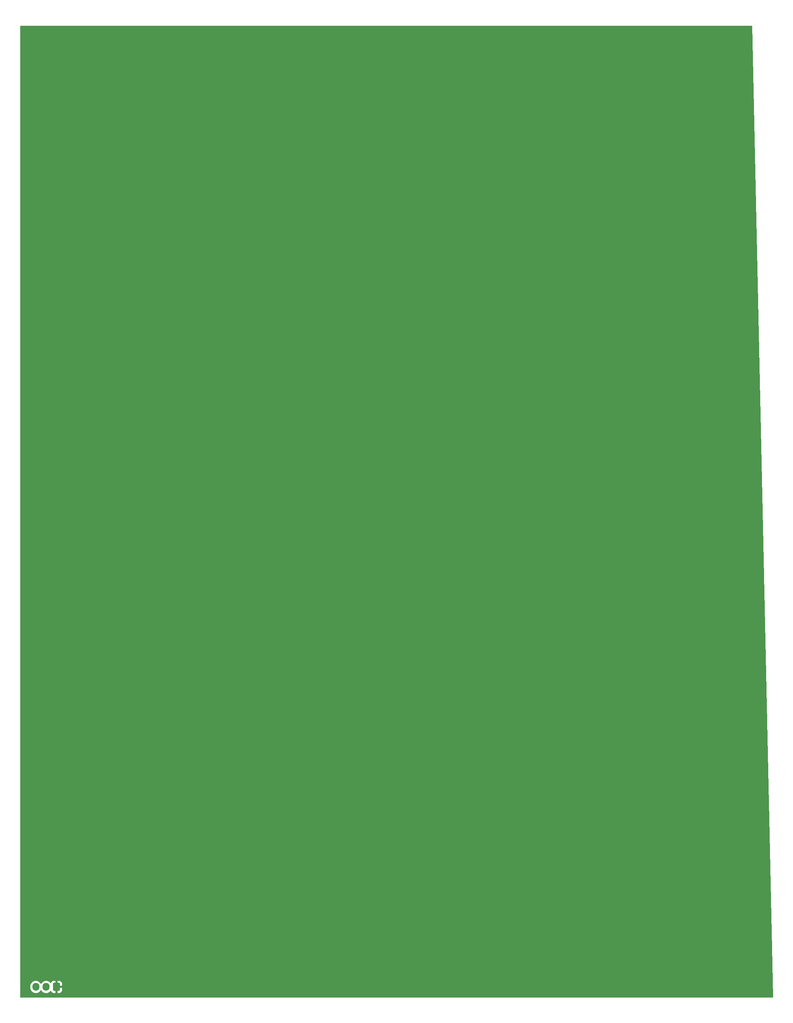
<source format=gbr>
%TF.GenerationSoftware,KiCad,Pcbnew,7.0.8*%
%TF.CreationDate,2025-08-15T10:43:11-07:00*%
%TF.ProjectId,production_red_line,70726f64-7563-4746-996f-6e5f7265645f,rev?*%
%TF.SameCoordinates,Original*%
%TF.FileFunction,Copper,L2,Bot*%
%TF.FilePolarity,Positive*%
%FSLAX46Y46*%
G04 Gerber Fmt 4.6, Leading zero omitted, Abs format (unit mm)*
G04 Created by KiCad (PCBNEW 7.0.8) date 2025-08-15 10:43:11*
%MOMM*%
%LPD*%
G01*
G04 APERTURE LIST*
G04 Aperture macros list*
%AMRoundRect*
0 Rectangle with rounded corners*
0 $1 Rounding radius*
0 $2 $3 $4 $5 $6 $7 $8 $9 X,Y pos of 4 corners*
0 Add a 4 corners polygon primitive as box body*
4,1,4,$2,$3,$4,$5,$6,$7,$8,$9,$2,$3,0*
0 Add four circle primitives for the rounded corners*
1,1,$1+$1,$2,$3*
1,1,$1+$1,$4,$5*
1,1,$1+$1,$6,$7*
1,1,$1+$1,$8,$9*
0 Add four rect primitives between the rounded corners*
20,1,$1+$1,$2,$3,$4,$5,0*
20,1,$1+$1,$4,$5,$6,$7,0*
20,1,$1+$1,$6,$7,$8,$9,0*
20,1,$1+$1,$8,$9,$2,$3,0*%
G04 Aperture macros list end*
%TA.AperFunction,ComponentPad*%
%ADD10RoundRect,0.250000X0.600000X0.725000X-0.600000X0.725000X-0.600000X-0.725000X0.600000X-0.725000X0*%
%TD*%
%TA.AperFunction,ComponentPad*%
%ADD11O,1.700000X1.950000*%
%TD*%
%TA.AperFunction,ViaPad*%
%ADD12C,0.600000*%
%TD*%
G04 APERTURE END LIST*
D10*
%TO.P,J4,1,Pin_1*%
%TO.N,GND*%
X90094566Y-45702563D03*
D11*
%TO.P,J4,2,Pin_2*%
%TO.N,Net-(J4-Pin_2)*%
X87594566Y-45702563D03*
%TO.P,J4,3,Pin_3*%
%TO.N,+5V*%
X85094566Y-45702563D03*
%TD*%
D12*
%TO.N,GND*%
X154931250Y140306605D03*
X183071022Y136431068D03*
X132054028Y155544999D03*
X210178309Y39466061D03*
X130467375Y170802416D03*
X183932449Y94710860D03*
X174140436Y134510149D03*
X159817798Y144687648D03*
X189912516Y90869120D03*
X181429247Y49986855D03*
X231962225Y10117776D03*
X173129426Y142834130D03*
X181352305Y129387700D03*
X105371128Y180200099D03*
X185420000Y102017004D03*
X187115061Y133566540D03*
X124943442Y156789692D03*
X177712670Y131578221D03*
X144728644Y148291596D03*
X226230256Y12501367D03*
X173326311Y61900277D03*
X126064419Y175282219D03*
X108856397Y186052352D03*
X181176493Y121321644D03*
X180349005Y71781376D03*
X184480688Y84466367D03*
X180577198Y138217185D03*
X175345403Y50225958D03*
X218919083Y28355523D03*
X226019215Y-7905485D03*
X185218146Y116678753D03*
X212753797Y28848110D03*
X230887044Y-38634017D03*
X127977335Y184604318D03*
X178188072Y57782391D03*
X138659411Y143903074D03*
X234934333Y-43749341D03*
X168141778Y138992293D03*
X230213303Y-13207350D03*
X87105791Y-28450124D03*
X178899292Y64242867D03*
X123208516Y180185751D03*
X188177456Y78160114D03*
X179971390Y106477261D03*
X87105791Y-31557587D03*
X87105791Y-35087665D03*
X203907008Y39847076D03*
%TD*%
%TA.AperFunction,Conductor*%
%TO.N,GND*%
G36*
X259025677Y187940315D02*
G01*
X259071432Y187887511D01*
X259082609Y187838666D01*
X264157276Y-48133334D01*
X264139038Y-48200781D01*
X264087230Y-48247661D01*
X264033305Y-48260000D01*
X81404000Y-48260000D01*
X81336961Y-48240315D01*
X81291206Y-48187511D01*
X81280000Y-48136000D01*
X81280000Y-45886529D01*
X83744066Y-45886529D01*
X83759502Y-46062966D01*
X83759504Y-46062976D01*
X83820660Y-46291218D01*
X83820662Y-46291222D01*
X83820663Y-46291226D01*
X83844566Y-46342485D01*
X83920530Y-46505391D01*
X83920531Y-46505393D01*
X84056071Y-46698965D01*
X84223163Y-46866056D01*
X84223165Y-46866058D01*
X84319950Y-46933828D01*
X84416731Y-47001595D01*
X84416733Y-47001596D01*
X84416736Y-47001598D01*
X84630903Y-47101466D01*
X84630909Y-47101467D01*
X84630910Y-47101468D01*
X84669922Y-47111921D01*
X84859158Y-47162626D01*
X85047484Y-47179102D01*
X85094565Y-47183222D01*
X85094566Y-47183222D01*
X85094567Y-47183222D01*
X85133800Y-47179789D01*
X85329974Y-47162626D01*
X85558229Y-47101466D01*
X85772395Y-47001598D01*
X85965967Y-46866058D01*
X86133061Y-46698964D01*
X86242992Y-46541964D01*
X86297567Y-46498341D01*
X86367066Y-46491147D01*
X86429421Y-46522669D01*
X86446137Y-46541961D01*
X86472949Y-46580253D01*
X86556072Y-46698966D01*
X86723163Y-46866056D01*
X86723165Y-46866058D01*
X86819950Y-46933828D01*
X86916731Y-47001595D01*
X86916733Y-47001596D01*
X86916736Y-47001598D01*
X87130903Y-47101466D01*
X87130909Y-47101467D01*
X87130910Y-47101468D01*
X87169922Y-47111921D01*
X87359158Y-47162626D01*
X87547484Y-47179102D01*
X87594565Y-47183222D01*
X87594566Y-47183222D01*
X87594567Y-47183222D01*
X87633800Y-47179789D01*
X87829974Y-47162626D01*
X88058229Y-47101466D01*
X88272395Y-47001598D01*
X88465967Y-46866058D01*
X88613531Y-46718493D01*
X88674853Y-46685010D01*
X88744544Y-46689994D01*
X88800478Y-46731865D01*
X88806749Y-46741079D01*
X88902246Y-46895903D01*
X88902249Y-46895907D01*
X89026220Y-47019878D01*
X89175441Y-47111919D01*
X89175446Y-47111921D01*
X89341868Y-47167068D01*
X89341875Y-47167069D01*
X89444585Y-47177562D01*
X89844565Y-47177562D01*
X89844566Y-47177561D01*
X89844566Y-46110581D01*
X89959367Y-46163009D01*
X90060591Y-46177563D01*
X90128541Y-46177563D01*
X90229765Y-46163009D01*
X90344566Y-46110581D01*
X90344566Y-47177562D01*
X90744538Y-47177562D01*
X90744552Y-47177561D01*
X90847263Y-47167068D01*
X91013685Y-47111921D01*
X91013690Y-47111919D01*
X91162911Y-47019878D01*
X91286881Y-46895908D01*
X91378922Y-46746687D01*
X91378924Y-46746682D01*
X91434071Y-46580260D01*
X91434072Y-46580253D01*
X91444565Y-46477549D01*
X91444566Y-46477536D01*
X91444566Y-45952563D01*
X90498535Y-45952563D01*
X90531085Y-45901914D01*
X90569566Y-45770858D01*
X90569566Y-45634268D01*
X90531085Y-45503212D01*
X90498535Y-45452563D01*
X91444565Y-45452563D01*
X91444565Y-44927591D01*
X91444564Y-44927576D01*
X91434071Y-44824865D01*
X91378924Y-44658443D01*
X91378922Y-44658438D01*
X91286881Y-44509217D01*
X91162911Y-44385247D01*
X91013690Y-44293206D01*
X91013685Y-44293204D01*
X90847263Y-44238057D01*
X90847256Y-44238056D01*
X90744552Y-44227563D01*
X90344566Y-44227563D01*
X90344566Y-45294544D01*
X90229765Y-45242117D01*
X90128541Y-45227563D01*
X90060591Y-45227563D01*
X89959367Y-45242117D01*
X89844566Y-45294544D01*
X89844566Y-44227563D01*
X89444594Y-44227563D01*
X89444578Y-44227564D01*
X89341868Y-44238057D01*
X89175446Y-44293204D01*
X89175441Y-44293206D01*
X89026220Y-44385247D01*
X88902249Y-44509218D01*
X88902246Y-44509222D01*
X88806749Y-44664046D01*
X88754801Y-44710771D01*
X88685838Y-44721992D01*
X88621756Y-44694149D01*
X88613530Y-44686631D01*
X88585337Y-44658438D01*
X88465967Y-44539068D01*
X88465963Y-44539065D01*
X88465962Y-44539064D01*
X88272400Y-44403530D01*
X88272396Y-44403528D01*
X88233192Y-44385247D01*
X88058229Y-44303660D01*
X88058225Y-44303659D01*
X88058221Y-44303657D01*
X87829979Y-44242501D01*
X87829969Y-44242499D01*
X87594567Y-44221904D01*
X87594565Y-44221904D01*
X87359162Y-44242499D01*
X87359152Y-44242501D01*
X87130910Y-44303657D01*
X87130901Y-44303661D01*
X86916737Y-44403527D01*
X86916735Y-44403528D01*
X86723163Y-44539068D01*
X86556071Y-44706160D01*
X86446141Y-44863158D01*
X86391564Y-44906783D01*
X86322066Y-44913977D01*
X86259711Y-44882454D01*
X86242991Y-44863158D01*
X86133060Y-44706160D01*
X85965968Y-44539069D01*
X85965961Y-44539064D01*
X85772400Y-44403530D01*
X85772396Y-44403528D01*
X85733192Y-44385247D01*
X85558229Y-44303660D01*
X85558225Y-44303659D01*
X85558221Y-44303657D01*
X85329979Y-44242501D01*
X85329969Y-44242499D01*
X85094567Y-44221904D01*
X85094565Y-44221904D01*
X84859162Y-44242499D01*
X84859152Y-44242501D01*
X84630910Y-44303657D01*
X84630901Y-44303661D01*
X84416737Y-44403527D01*
X84416735Y-44403528D01*
X84223163Y-44539068D01*
X84056071Y-44706160D01*
X83920531Y-44899732D01*
X83920530Y-44899734D01*
X83820664Y-45113898D01*
X83820660Y-45113907D01*
X83759504Y-45342149D01*
X83759502Y-45342159D01*
X83744066Y-45518597D01*
X83744066Y-45886529D01*
X81280000Y-45886529D01*
X81280000Y187836000D01*
X81299685Y187903039D01*
X81352489Y187948794D01*
X81404000Y187960000D01*
X258958638Y187960000D01*
X259025677Y187940315D01*
G37*
%TD.AperFunction*%
%TD*%
M02*

</source>
